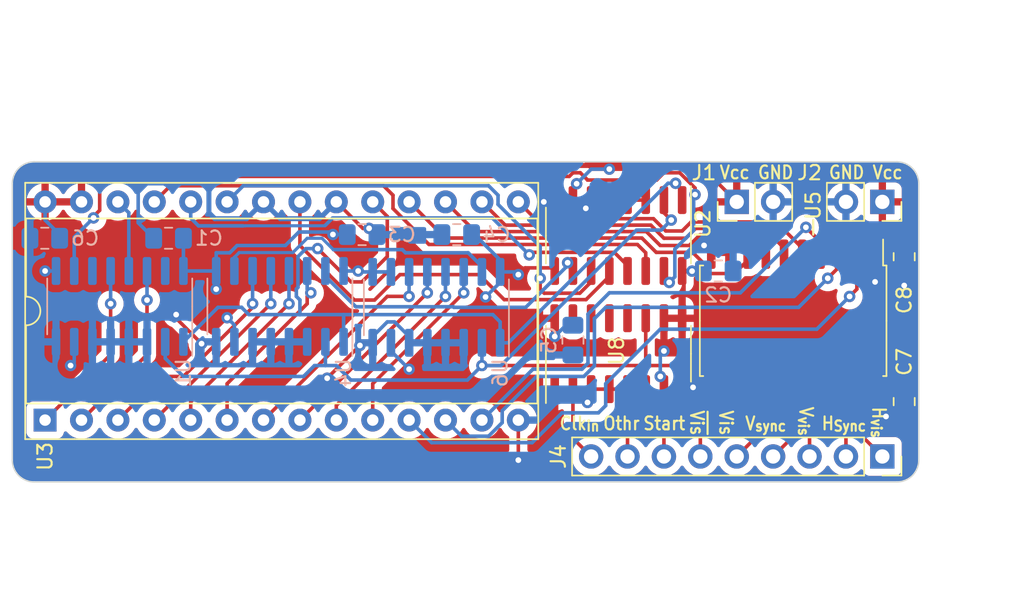
<source format=kicad_pcb>
(kicad_pcb (version 20221018) (generator pcbnew)
  (layers (0 "F.Cu" signal) (31 "B.Cu" signal) (34 "B.Paste" user) (35 "F.Paste" user) (36 "B.SilkS" user "B.Silkscreen") (37 "F.SilkS" user "F.Silkscreen") (38 "B.Mask" user) (39 "F.Mask" user) (44 "Edge.Cuts" user))
  (net 0 "")
  (net 1 "VCC")
  (net 2 "GND")
  (net 3 "/HVis")
  (net 4 "/HSync")
  (net 5 "/VertVis")
  (net 6 "/Vsync")
  (net 7 "/Vis")
  (net 8 "/~{Vis}")
  (net 9 "/StartFrame")
  (net 10 "/~{RESET}")
  (net 11 "/CLK_{sync}")
  (net 12 "/Clk_{in}")
  (net 13 "/Othr")
  (net 14 "Net-(U1-CET)")
  (net 15 "/A14")
  (net 16 "/A13")
  (net 17 "/A12")
  (net 20 "/A11")
  (net 21 "/A10")
  (net 22 "/A9")
  (net 23 "/A8")
  (net 24 "/A7")
  (net 25 "/A6")
  (net 26 "/A5")
  (net 27 "/A4")
  (net 28 "/A3")
  (net 29 "/A2")
  (net 30 "/A1")
  (net 31 "/A0")
  (net 32 "Net-(U2-CET)")
  (net 33 "Net-(U3-D0)")
  (net 34 "Net-(U3-D1)")
  (net 35 "Net-(U3-D2)")
  (net 36 "Net-(U3-D3)")
  (net 37 "Net-(U3-D4)")
  (net 38 "Net-(U3-D5)")
  (net 39 "Net-(U3-D6)")
  (net 40 "Net-(U4-CET)")
  (footprint "Connector_PinSocket_2.54mm:PinSocket_1x09_P2.54mm_Vertical" (layer "F.Cu") (at 124.46 53.34 -90)
    (fp_text reference "J4")
    (fp_text value "Conn_01x09_Socket")
  )
  (footprint "Capacitor_SMD:C_0805_2012Metric_Pad1.18x1.45mm_HandSolder" (layer "F.Cu") (at 125.984 39.3915 -90)
    (fp_text reference "C8")
    (fp_text value "C_Small")
  )
  (footprint "Package_SO:SOIC-20W_7.5x12.8mm_P1.27mm" (layer "F.Cu") (at 118.237 43.864 -90)
    (fp_text reference "U5")
    (fp_text value "74HCT574")
  )
  (footprint "Package_DIP:DIP-28_W15.24mm_Socket" (layer "F.Cu") (at 66.04 50.8 90)
    (fp_text reference "U3")
    (fp_text value "28C256")
  )
  (footprint "Connector_PinHeader_2.54mm:PinHeader_1x02_P2.54mm_Vertical" (layer "F.Cu") (at 114.3 35.56 90)
    (fp_text reference "J1")
    (fp_text value "Conn_01x02_Male")
  )
  (footprint "Package_SO:SOIC-16_3.9x9.9mm_P1.27mm" (layer "F.Cu") (at 106.045 37.911 -90)
    (fp_text reference "U2")
    (fp_text value "74LS161")
  )
  (footprint "Capacitor_SMD:C_0805_2012Metric_Pad1.18x1.45mm_HandSolder" (layer "F.Cu") (at 125.984 49.5085 -90)
    (fp_text reference "C7")
    (fp_text value "C_Small")
  )
  (footprint "Connector_PinSocket_2.54mm:PinSocket_1x02_P2.54mm_Vertical" (layer "F.Cu") (at 124.46 35.56 -90)
    (fp_text reference "J2")
    (fp_text value "Conn_01x02_Female")
  )
  (footprint "Package_SO:SOIC-16_3.9x9.9mm_P1.27mm" (layer "F.Cu") (at 106.045 46.163 90)
    (fp_text reference "U8")
    (fp_text value "74LS161")
  )
  (footprint "Capacitor_SMD:C_0805_2012Metric_Pad1.18x1.45mm_HandSolder" (layer "B.Cu") (at 113.0085 40.386)
    (fp_text reference "C2")
    (fp_text value "C_Small")
  )
  (footprint "Package_SO:SOIC-16_3.9x9.9mm_P1.27mm" (layer "B.Cu") (at 82.423 42.861 90)
    (fp_text reference "U4")
    (fp_text value "74LS161")
  )
  (footprint "Capacitor_SMD:C_0805_2012Metric_Pad1.18x1.45mm_HandSolder" (layer "B.Cu") (at 102.87 45.212 -90)
    (fp_text reference "C5")
    (fp_text value "C_Small")
  )
  (footprint "Capacitor_SMD:C_0805_2012Metric_Pad1.18x1.45mm_HandSolder" (layer "B.Cu") (at 94.7635 37.846 180)
    (fp_text reference "C4")
    (fp_text value "C_Small")
  )
  (footprint "Package_SO:SOIC-16_3.9x9.9mm_P1.27mm" (layer "B.Cu") (at 71.247 42.861 90)
    (fp_text reference "U1")
    (fp_text value "74LS161")
  )
  (footprint "Capacitor_SMD:C_0805_2012Metric_Pad1.18x1.45mm_HandSolder" (layer "B.Cu") (at 74.6545 38.1 180)
    (fp_text reference "C1")
    (fp_text value "C_Small")
  )
  (footprint "Package_SO:SOIC-16_3.9x9.9mm_P1.27mm" (layer "B.Cu") (at 93.345 42.926 90)
    (fp_text reference "U6")
    (fp_text value "74LS161")
  )
  (footprint "Capacitor_SMD:C_0805_2012Metric_Pad1.18x1.45mm_HandSolder" (layer "B.Cu") (at 66.0185 38.1 180)
    (fp_text reference "C6")
    (fp_text value "C_Small")
  )
  (footprint "Capacitor_SMD:C_0805_2012Metric_Pad1.18x1.45mm_HandSolder" (layer "B.Cu") (at 88.1595 37.846)
    (fp_text reference "C3")
    (fp_text value "C_Small")
  )
  (gr_line (start 119.634 36.83) (end 119.634 37.846) (stroke (width 0.15)) (layer "F.SilkS"))
  (gr_line (start 125.476 32.766) (end 65.278 32.766) (stroke (width 0.1)) (layer "Edge.Cuts"))
  (gr_line (start 125.476 55.118) (end 65.278 55.118) (stroke (width 0.1)) (layer "Edge.Cuts"))
  (gr_arc (start 63.754 34.29) (mid 64.200369 33.212369) (end 65.278 32.766) (stroke (width 0.1)) (layer "Edge.Cuts"))
  (gr_line (start 127 34.29) (end 127 53.594) (stroke (width 0.1)) (layer "Edge.Cuts"))
  (gr_arc (start 65.278 55.118) (mid 64.200369 54.671631) (end 63.754 53.594) (stroke (width 0.1)) (layer "Edge.Cuts"))
  (gr_arc (start 125.476 32.766) (mid 126.553631 33.212369) (end 127 34.29) (stroke (width 0.1)) (layer "Edge.Cuts"))
  (gr_arc (start 127 53.594) (mid 126.553631 54.671631) (end 125.476 55.118) (stroke (width 0.1)) (layer "Edge.Cuts"))
  (gr_line (start 63.754 34.29) (end 63.754 53.594) (stroke (width 0.1)) (layer "Edge.Cuts"))
  (gr_text "H_{Sync}" (at 120.142 51.562) (layer "F.SilkS") (effects (font (size 0.9 0.8)) (justify left bottom)))
  (gr_text "V_{vis}" (at 118.618 49.784 -90) (layer "F.SilkS") (effects (font (size 0.9 0.8)) (justify left bottom)))
  (gr_text "V_{sync}" (at 114.808 51.562) (layer "F.SilkS") (effects (font (size 0.9 0.8)) (justify left bottom)))
  (gr_text "GND Vcc" (at 120.65 34.036) (layer "F.SilkS") (effects (font (size 0.9 0.8)) (justify left bottom)))
  (gr_text "~{Vis}" (at 110.998 50.038 -90) (layer "F.SilkS") (effects (font (size 0.9 0.8)) (justify left bottom)))
  (gr_text "Clk_{in}" (at 101.854 51.562) (layer "F.SilkS") (effects (font (size 0.9 0.8)) (justify left bottom)))
  (gr_text "H_{vis}" (at 123.698 49.784 270) (layer "F.SilkS") (effects (font (size 0.9 0.8)) (justify left bottom)))
  (gr_text "Vcc GND" (at 113.03 34.036) (layer "F.SilkS") (effects (font (size 0.9 0.8)) (justify left bottom)))
  (gr_text "Vis" (at 113.03 50.038 270) (layer "F.SilkS") (effects (font (size 0.9 0.8)) (justify left bottom)))
  (gr_text "Othr" (at 104.902 51.562) (layer "F.SilkS") (effects (font (size 0.9 0.8)) (justify left bottom)))
  (gr_text "Start" (at 107.696 51.562) (layer "F.SilkS") (effects (font (size 0.9 0.8)) (justify left bottom)))
  (segment (start 101.6 40.386) (end 101.383 40.169) (width 0.25) (layer "F.Cu") (net 1))
  (segment (start 109.22 48.638) (end 109.22 48.006) (width 0.25) (layer "F.Cu") (net 1))
  (segment (start 107.696 32.891) (end 105.793 32.891) (width 0.25) (layer "F.Cu") (net 1))
  (segment (start 125.984 38.354) (end 124.752 38.354) (width 0.4) (layer "F.Cu") (net 1))
  (segment (start 124.752 37.376) (end 124.752 38.354) (width 0.4) (layer "F.Cu") (net 1))
  (segment (start 123.952 48.514) (end 123.952 50.038) (width 0.4) (layer "F.Cu") (net 1))
  (segment (start 105.156 33.02) (end 101.6 33.02) (width 0.35) (layer "F.Cu") (net 1))
  (segment (start 102.87 35.436) (end 102.87 34.552598) (width 0.25) (layer "F.Cu") (net 1))
  (segment (start 114.3 35.56) (end 111.631 32.891) (width 0.25) (layer "F.Cu") (net 1))
  (segment (start 105.793 32.891) (end 105.41 33.274) (width 0.25) (layer "F.Cu") (net 1))
  (segment (start 87.884 39.597498) (end 86.12355 37.837048) (width 0.25) (layer "F.Cu") (net 1))
  (segment (start 105.41 33.274) (end 105.156 33.02) (width 0.25) (layer "F.Cu") (net 1))
  (segment (start 101.6 44.958) (end 101.6 43.688) (width 0.25) (layer "F.Cu") (net 1))
  (segment (start 123.698 50.292) (end 123.698 50.8) (width 0.4) (layer "F.Cu") (net 1))
  (segment (start 110.50102 40.39702) (end 110.49 40.386) (width 0.25) (layer "F.Cu") (net 1))
  (segment (start 124.46 37.084) (end 124.752 37.376) (width 0.4) (layer "F.Cu") (net 1))
  (segment (start 109.22 48.006) (end 108.966 47.752) (width 0.25) (layer "F.Cu") (net 1))
  (segment (start 111.631 32.891) (end 107.696 32.891) (width 0.25) (layer "F.Cu") (net 1))
  (segment (start 101.383 40.169) (end 99.531 40.169) (width 0.25) (layer "F.Cu") (net 1))
  (segment (start 123.952 50.038) (end 123.698 50.292) (width 0.4) (layer "F.Cu") (net 1))
  (segment (start 124.46 35.56) (end 124.46 37.084) (width 0.4) (layer "F.Cu") (net 1))
  (segment (start 124.752 38.354) (end 124.752 42.38) (width 0.4) (layer "F.Cu") (net 1))
  (segment (start 99.531 40.169) (end 99.06 40.64) (width 0.25) (layer "F.Cu") (net 1))
  (segment (start 102.87 34.552598) (end 103.128299 34.294299) (width 0.25) (layer "F.Cu") (net 1))
  (segment (start 124.752 42.38) (end 124.714 42.418) (width 0.4) (layer "F.Cu") (net 1))
  (segment (start 87.884 40.386) (end 87.884 39.597498) (width 0.25) (layer "F.Cu") (net 1))
  (segment (start 111.181095 40.39702) (end 110.50102 40.39702) (width 0.25) (layer "F.Cu") (net 1))
  (segment (start 101.476 48.514) (end 101.6 48.638) (width 0.25) (layer "F.Cu") (net 1))
  (via (at 67.818 46.99) (size 0.8) (drill 0.4) (layers "F.Cu" "B.Cu") (net 1))
  (via (at 87.884 40.386) (size 0.8) (drill 0.4) (layers "F.Cu" "B.Cu") (net 1))
  (via (at 66.04 40.386) (size 0.8) (drill 0.4) (layers "F.Cu" "B.Cu") (net 1))
  (via (at 77.978 41.656) (size 0.8) (drill 0.4) (layers "F.Cu" "B.Cu") (net 1))
  (via (at 103.128299 34.294299) (size 0.8) (drill 0.4) (layers "F.Cu" "B.Cu") (net 1))
  (via (at 86.12355 37.837048) (size 0.8) (drill 0.4) (layers "F.Cu" "B.Cu") (net 1))
  (via (at 101.6 44.958) (size 0.8) (drill 0.4) (layers "F.Cu" "B.Cu") (net 1))
  (via (at 78.74 43.6505) (size 0.8) (drill 0.4) (layers "F.Cu" "B.Cu") (net 1))
  (via (at 99.06 40.64) (size 0.8) (drill 0.4) (layers "F.Cu" "B.Cu") (net 1))
  (via (at 96.774 42.2015) (size 0.8) (drill 0.4) (layers "F.Cu" "B.Cu") (net 1))
  (via (at 91.44 47.244) (size 0.8) (drill 0.4) (layers "F.Cu" "B.Cu") (net 1))
  (via (at 111.181095 40.39702) (size 0.8) (drill 0.4) (layers "F.Cu" "B.Cu") (net 1))
  (via (at 109.22 45.974) (size 0.8) (drill 0.4) (layers "F.Cu" "B.Cu") (net 1))
  (via (at 108.966 47.752) (size 0.8) (drill 0.4) (layers "F.Cu" "B.Cu") (net 1))
  (via (at 105.41 33.274) (size 0.8) (drill 0.4) (layers "F.Cu" "B.Cu") (net 1))
  (segment (start 105.41 33.274) (end 104.148598 33.274) (width 0.25) (layer "B.Cu") (net 1))
  (segment (start 82.804 38.608) (end 83.747 37.665) (width 0.25) (layer "B.Cu") (net 1))
  (segment (start 108.966 47.752) (end 108.966 46.228) (width 0.25) (layer "B.Cu") (net 1))
  (segment (start 77.978 40.386) (end 77.978 39.116) (width 0.25) (layer "B.Cu") (net 1))
  (segment (start 86.12355 37.837048) (end 86.816048 37.837048) (width 0.25) (layer "B.Cu") (net 1))
  (segment (start 66.04 36.83) (end 67.056 37.846) (width 0.25) (layer "B.Cu") (net 1))
  (segment (start 77.978 39.116) (end 78.928155 39.116) (width 0.25) (layer "B.Cu") (net 1))
  (segment (start 88.9 40.451) (end 87.949 40.451) (width 0.25) (layer "B.Cu") (net 1))
  (segment (start 79.248 45.336) (end 79.248 44.1585) (width 0.25) (layer "B.Cu") (net 1))
  (segment (start 98.871 40.451) (end 99.06 40.64) (width 0.25) (layer "B.Cu") (net 1))
  (segment (start 66.04 36.83) (end 66.04 35.56) (width 0.25) (layer "B.Cu") (net 1))
  (segment (start 111.971 40.386) (end 111.192115 40.386) (width 0.25) (layer "B.Cu") (net 1))
  (segment (start 67.056 37.846) (end 67.056 38.1) (width 0.25) (layer "B.Cu") (net 1))
  (segment (start 68.072 45.336) (end 68.072 46.736) (width 0.25) (layer "B.Cu") (net 1))
  (segment (start 97.79 41.1855) (end 97.79 40.451) (width 0.25) (layer "B.Cu") (net 1))
  (segment (start 83.747 37.665) (end 85.951502 37.665) (width 0.25) (layer "B.Cu") (net 1))
  (segment (start 102.3835 44.1745) (end 101.6 44.958) (width 0.25) (layer "B.Cu") (net 1))
  (segment (start 79.248 44.1585) (end 78.74 43.6505) (width 0.25) (layer "B.Cu") (net 1))
  (segment (start 86.868 40.386) (end 87.884 40.386) (width 0.25) (layer "B.Cu") (net 1))
  (segment (start 97.79 40.451) (end 98.871 40.451) (width 0.25) (layer "B.Cu") (net 1))
  (segment (start 90.17 45.401) (end 90.17 45.974) (width 0.25) (layer "B.Cu") (net 1))
  (segment (start 85.951502 37.665) (end 86.12355 37.837048) (width 0.25) (layer "B.Cu") (net 1))
  (segment (start 75.692 40.386) (end 75.692 38.1) (width 0.25) (layer "B.Cu") (net 1))
  (segment (start 78.928155 39.116) (end 79.436155 38.608) (width 0.25) (layer "B.Cu") (net 1))
  (segment (start 77.978 40.386) (end 77.978 41.656) (width 0.25) (layer "B.Cu") (net 1))
  (segment (start 86.816048 37.837048) (end 86.825 37.846) (width 0.25) (layer "B.Cu") (net 1))
  (segment (start 96.774 42.2015) (end 97.79 41.1855) (width 0.25) (layer "B.Cu") (net 1))
  (segment (start 79.436155 38.608) (end 82.804 38.608) (width 0.25) (layer "B.Cu") (net 1))
  (segment (start 90.17 40.451) (end 88.9 40.451) (width 0.25) (layer "B.Cu") (net 1))
  (segment (start 102.87 44.1745) (end 102.3835 44.1745) (width 0.25) (layer "B.Cu") (net 1))
  (segment (start 97.79 39.624) (end 96.012 37.846) (width 0.25) (layer "B.Cu") (net 1))
  (segment (start 77.978 40.386) (end 75.692 40.386) (width 0.25) (layer "B.Cu") (net 1))
  (segment (start 87.949 40.451) (end 87.884 40.386) (width 0.25) (layer "B.Cu") (net 1))
  (segment (start 68.072 46.736) (end 67.818 46.99) (width 0.25) (layer "B.Cu") (net 1))
  (segment (start 108.966 46.228) (end 109.22 45.974) (width 0.25) (layer "B.Cu") (net 1))
  (segment (start 104.148598 33.274) (end 103.128299 34.294299) (width 0.25) (layer "B.Cu") (net 1))
  (segment (start 66.802 40.386) (end 66.04 40.386) (width 0.25) (layer "B.Cu") (net 1))
  (segment (start 97.79 40.451) (end 97.79 39.624) (width 0.25) (layer "B.Cu") (net 1))
  (segment (start 111.192115 40.386) (end 111.181095 40.39702) (width 0.25) (layer "B.Cu") (net 1))
  (segment (start 90.17 45.974) (end 91.44 47.244) (width 0.25) (layer "B.Cu") (net 1))
  (segment (start 75.184 43.688) (end 75.184 43.434) (width 0.25) (layer "F.Cu") (net 2))
  (segment (start 104.14 35.436) (end 104.14 35.641) (width 0.25) (layer "F.Cu") (net 2))
  (segment (start 104.14 48.638) (end 104.14 49.3135) (width 0.25) (layer "F.Cu") (net 2))
  (segment (start 104.14 35.436) (end 105.41 35.436) (width 0.25) (layer "F.Cu") (net 2))
  (segment (start 100.962 35.436) (end 100.838 35.56) (width 0.25) (layer "F.Cu") (net 2))
  (segment (start 110.49 48.638) (end 111.128 48.638) (width 0.25) (layer "F.Cu") (net 2))
  (segment (start 88.006701 45.588701) (end 85.720701 47.874701) (width 0.25) (layer "F.Cu") (net 2))
  (segment (start 88.2095 37.4095) (end 86.36 35.56) (width 0.25) (layer "F.Cu") (net 2))
  (segment (start 101.6 35.436) (end 100.962 35.436) (width 0.25) (layer "F.Cu") (net 2))
  (segment (start 125.984 50.546) (end 124.714 50.546) (width 0.25) (layer "F.Cu") (net 2))
  (segment (start 106.68 35.436) (end 105.41 35.436) (width 0.25) (layer "F.Cu") (net 2))
  (segment (start 105.41 48.638) (end 106.68 48.638) (width 0.25) (layer "F.Cu") (net 2))
  (segment (start 112.522 39.107402) (end 112.018299 38.603701) (width 0.25) (layer "F.Cu") (net 2))
  (segment (start 104.14 48.638) (end 105.41 48.638) (width 0.25) (layer "F.Cu") (net 2))
  (segment (start 112.522 39.214) (end 112.522 39.107402) (width 0.25) (layer "F.Cu") (net 2))
  (segment (start 106.68 48.638) (end 107.95 48.638) (width 0.25) (layer "F.Cu") (net 2))
  (segment (start 76.957701 45.461701) (end 75.184 43.688) (width 0.25) (layer "F.Cu") (net 2))
  (segment (start 88.646 37.4095) (end 88.2095 37.4095) (width 0.25) (layer "F.Cu") (net 2))
  (segment (start 104.14 49.3135) (end 103.886 49.5675) (width 0.25) (layer "F.Cu") (net 2))
  (segment (start 125.984 40.429) (end 125.984 41.402) (width 0.25) (layer "F.Cu") (net 2))
  (segment (start 113.792 39.214) (end 112.522 39.214) (width 0.25) (layer "F.Cu") (net 2))
  (segment (start 123.952 39.214) (end 123.952 41.148) (width 0.25) (layer "F.Cu") (net 2))
  (segment (start 111.128 48.638) (end 111.252 48.514) (width 0.25) (layer "F.Cu") (net 2))
  (segment (start 104.14 35.641) (end 103.7695 36.0115) (width 0.25) (layer "F.Cu") (net 2))
  (segment (start 107.95 35.436) (end 106.68 35.436) (width 0.25) (layer "F.Cu") (net 2))
  (segment (start 99.06 50.8) (end 99.06 53.594) (width 0.25) (layer "F.Cu") (net 2))
  (via (at 125.984 41.402) (size 0.8) (drill 0.4) (layers "F.Cu" "B.Cu") (net 2))
  (via (at 103.7695 36.0115) (size 0.8) (drill 0.4) (layers "F.Cu" "B.Cu") (net 2))
  (via (at 88.006701 45.588701) (size 0.8) (drill 0.4) (layers "F.Cu" "B.Cu") (net 2))
  (via (at 112.018299 38.603701) (size 0.8) (drill 0.4) (layers "F.Cu" "B.Cu") (net 2))
  (via (at 100.838 35.56) (size 0.8) (drill 0.4) (layers "F.Cu" "B.Cu") (net 2))
  (via (at 123.952 41.148) (size 0.8) (drill 0.4) (layers "F.Cu" "B.Cu") (net 2))
  (via (at 76.957701 45.461701) (size 0.8) (drill 0.4) (layers "F.Cu" "B.Cu") (net 2))
  (via (at 99.06 53.594) (size 0.8) (drill 0.4) (layers "F.Cu" "B.Cu") (net 2))
  (via (at 124.714 50.546) (size 0.8) (drill 0.4) (layers "F.Cu" "B.Cu") (net 2))
  (via (at 85.720701 47.874701) (size 0.8) (drill 0.4) (layers "F.Cu" "B.Cu") (net 2))
  (via (at 88.646 37.4095) (size 0.8) (drill 0.4) (layers "F.Cu" "B.Cu") (net 2))
  (via (at 103.886 49.5675) (size 0.8) (drill 0.4) (layers "F.Cu" "B.Cu") (net 2))
  (via (at 111.252 48.514) (size 0.8) (drill 0.4) (layers "F.Cu" "B.Cu") (net 2))
  (via (at 75.184 43.434) (size 0.8) (drill 0.4) (layers "F.Cu" "B.Cu") (net 2))
  (segment (start 77.47 36.322) (end 77.47 34.29) (width 0.35) (layer "B.Cu") (net 2))
  (segment (start 80.105 36.735) (end 77.883 36.735) (width 0.35) (layer "B.Cu") (net 2))
  (segment (start 82.455 36.735) (end 81.28 35.56) (width 0.35) (layer "B.Cu") (net 2))
  (segment (start 91.44 44.958) (end 91.44 45.401) (width 0.25) (layer "B.Cu") (net 2))
  (segment (start 77.883 36.735) (end 77.47 36.322) (width 0.35) (layer "B.Cu") (net 2))
  (segment (start 73.152 34.29) (end 77.47 34.29) (width 0.25) (layer "B.Cu") (net 2))
  (segment (start 69.342 45.336) (end 73.152 45.336) (width 0.25) (layer "B.Cu") (net 2))
  (segment (start 88.9 45.401) (end 88.194402 45.401) (width 0.25) (layer "B.Cu") (net 2))
  (segment (start 85.185 36.735) (end 82.455 36.735) (width 0.35) (layer "B.Cu") (net 2))
  (segment (start 89.916 43.942) (end 90.424 43.942) (width 0.25) (layer "B.Cu") (net 2))
  (segment (start 88.9 45.401) (end 88.9 44.958) (width 0.25) (layer "B.Cu") (net 2))
  (segment (start 72.535 37.018) (end 72.535 34.907) (width 0.25) (layer "B.Cu") (net 2))
  (segment (start 88.9 44.958) (end 89.916 43.942) (width 0.25) (layer "B.Cu") (net 2))
  (segment (start 77.978 45.336) (end 77.083402 45.336) (width 0.25) (layer "B.Cu") (net 2))
  (segment (start 73.617 38.1) (end 72.535 37.018) (width 0.25) (layer "B.Cu") (net 2))
  (segment (start 90.424 43.942) (end 91.44 44.958) (width 0.25) (layer "B.Cu") (net 2))
  (segment (start 88.194402 45.401) (end 88.006701 45.588701) (width 0.25) (layer "B.Cu") (net 2))
  (segment (start 72.535 34.907) (end 73.152 34.29) (width 0.25) (layer "B.Cu") (net 2))
  (segment (start 86.36 35.56) (end 85.185 36.735) (width 0.35) (layer "B.Cu") (net 2))
  (segment (start 89.197 37.846) (end 89.0825 37.846) (width 0.25) (layer "B.Cu") (net 2))
  (segment (start 81.28 35.56) (end 80.105 36.735) (width 0.35) (layer "B.Cu") (net 2))
  (segment (start 80.518 45.336) (end 84.328 45.336) (width 0.25) (layer "B.Cu") (net 2))
  (segment (start 89.0825 37.846) (end 88.646 37.4095) (width 0.25) (layer "B.Cu") (net 2))
  (segment (start 122.682 51.562) (end 122.682 48.514) (width 0.25) (layer "F.Cu") (net 3))
  (segment (start 124.46 53.34) (end 122.682 51.562) (width 0.25) (layer "F.Cu") (net 3))
  (segment (start 121.412 51.308) (end 121.412 48.514) (width 0.25) (layer "F.Cu") (net 4))
  (segment (start 121.92 51.816) (end 121.412 51.308) (width 0.25) (layer "F.Cu") (net 4))
  (segment (start 121.92 53.34) (end 121.92 51.816) (width 0.25) (layer "F.Cu") (net 4))
  (segment (start 119.38 53.34) (end 119.38 51.562) (width 0.25) (layer "F.Cu") (net 5))
  (segment (start 120.142 50.8) (end 120.142 48.514) (width 0.25) (layer "F.Cu") (net 5))
  (segment (start 119.38 51.562) (end 120.142 50.8) (width 0.25) (layer "F.Cu") (net 5))
  (segment (start 118.872 51.308) (end 118.872 48.514) (width 0.25) (layer "F.Cu") (net 6))
  (segment (start 116.84 53.34) (end 118.872 51.308) (width 0.25) (layer "F.Cu") (net 6))
  (segment (start 114.3 53.34) (end 117.602 50.038) (width 0.25) (layer "F.Cu") (net 7))
  (segment (start 117.602 50.038) (end 117.602 48.514) (width 0.25) (layer "F.Cu") (net 7))
  (segment (start 113.710751 51.562) (end 116.332 48.940751) (width 0.25) (layer "F.Cu") (net 8))
  (segment (start 111.76 53.34) (end 111.76 51.816) (width 0.25) (layer "F.Cu") (net 8))
  (segment (start 111.76 51.816) (end 112.014 51.562) (width 0.25) (layer "F.Cu") (net 8))
  (segment (start 116.332 48.940751) (end 116.332 48.514) (width 0.25) (layer "F.Cu") (net 8))
  (segment (start 112.014 51.562) (end 113.710751 51.562) (width 0.25) (layer "F.Cu") (net 8))
  (segment (start 113.964751 50.038) (end 115.062 48.940751) (width 0.25) (layer "F.Cu") (net 9))
  (segment (start 113.088 50.488) (end 113.538 50.038) (width 0.25) (layer "F.Cu") (net 9))
  (segment (start 115.062 48.940751) (end 115.062 48.514) (width 0.25) (layer "F.Cu") (net 9))
  (segment (start 109.22 53.34) (end 109.22 51.25) (width 0.25) (layer "F.Cu") (net 9))
  (segment (start 113.538 50.038) (end 113.964751 50.038) (width 0.25) (layer "F.Cu") (net 9))
  (segment (start 109.982 50.488) (end 113.088 50.488) (width 0.25) (layer "F.Cu") (net 9))
  (segment (start 109.22 51.25) (end 109.982 50.488) (width 0.25) (layer "F.Cu") (net 9))
  (segment (start 89.916 39.379305) (end 88.147305 41.148) (width 0.25) (layer "F.Cu") (net 10))
  (segment (start 88.9 35.56) (end 89.916 36.576) (width 0.25) (layer "F.Cu") (net 10))
  (segment (start 110.49 35.436) (end 110.49 34.719122) (width 0.25) (layer "F.Cu") (net 10))
  (segment (start 88.147305 41.148) (end 87.384599 41.148) (width 0.25) (layer "F.Cu") (net 10))
  (segment (start 89.916 36.576) (end 89.916 39.379305) (width 0.25) (layer "F.Cu") (net 10))
  (segment (start 87.384599 41.148) (end 85.059773 38.823174) (width 0.25) (layer "F.Cu") (net 10))
  (segment (start 110.49 34.719122) (end 110.03374 34.262862) (width 0.25) (layer "F.Cu") (net 10))
  (via (at 85.059773 38.823174) (size 0.8) (drill 0.4) (layers "F.Cu" "B.Cu") (net 10))
  (via (at 110.03374 34.262862) (size 0.8) (drill 0.4) (layers "F.Cu" "B.Cu") (net 10))
  (segment (start 109.501138 34.262862) (end 110.03374 34.262862) (width 0.25) (layer "B.Cu") (net 10))
  (segment (start 85.058915 38.824032) (end 85.059773 38.823174) (width 0.25) (layer "B.Cu") (net 10))
  (segment (start 97.282 43.434) (end 97.79 43.942) (width 0.25) (layer "B.Cu") (net 10))
  (segment (start 80.254695 43.434) (end 79.756 42.935305) (width 0.25) (layer "B.Cu") (net 10))
  (segment (start 79.756 42.935305) (end 79.756 42.926) (width 0.25) (layer "B.Cu") (net 10))
  (segment (start 97.79 45.401) (end 98.363 45.401) (width 0.25) (layer "B.Cu") (net 10))
  (segment (start 86.868 43.434) (end 97.282 43.434) (width 0.25) (layer "B.Cu") (net 10))
  (segment (start 83.683 41.529695) (end 83.570652 41.642043) (width 0.25) (layer "B.Cu") (net 10))
  (segment (start 83.82 42.408696) (end 83.82 43.434) (width 0.25) (layer "B.Cu") (net 10))
  (segment (start 84.243217 38.824032) (end 85.058915 38.824032) (width 0.25) (layer "B.Cu") (net 10))
  (segment (start 83.82 43.434) (end 86.868 43.434) (width 0.25) (layer "B.Cu") (net 10))
  (segment (start 79.756 42.926) (end 78.102 42.926) (width 0.25) (layer "B.Cu") (net 10))
  (segment (start 84.243217 38.824032) (end 83.683 39.384249) (width 0.25) (layer "B.Cu") (net 10))
  (segment (start 83.570652 41.642043) (end 83.570652 42.159348) (width 0.25) (layer "B.Cu") (net 10))
  (segment (start 83.683 39.384249) (end 83.683 41.529695) (width 0.25) (layer "B.Cu") (net 10))
  (segment (start 78.102 42.926) (end 75.692 45.336) (width 0.25) (layer "B.Cu") (net 10))
  (segment (start 97.79 43.942) (end 97.79 45.401) (width 0.25) (layer "B.Cu") (net 10))
  (segment (start 98.363 45.401) (end 109.501138 34.262862) (width 0.25) (layer "B.Cu") (net 10))
  (segment (start 83.82 43.434) (end 80.254695 43.434) (width 0.25) (layer "B.Cu") (net 10))
  (segment (start 83.570652 42.159348) (end 83.82 42.408696) (width 0.25) (layer "B.Cu") (net 10))
  (segment (start 86.868 43.434) (end 86.868 45.336) (width 0.25) (layer "B.Cu") (net 10))
  (segment (start 112.268 46.99) (end 112.522 47.244) (width 0.25) (layer "F.Cu") (net 11))
  (segment (start 112.522 47.244) (end 112.522 48.514) (width 0.25) (layer "F.Cu") (net 11))
  (segment (start 109.22 35.436) (end 109.22 36.322) (width 0.25) (layer "F.Cu") (net 11))
  (segment (start 96.52 46.99) (end 107.95 46.99) (width 0.25) (layer "F.Cu") (net 11))
  (segment (start 107.95 43.688) (end 107.95 46.99) (width 0.25) (layer "F.Cu") (net 11))
  (segment (start 112.268 46.99) (end 107.95 46.99) (width 0.25) (layer "F.Cu") (net 11))
  (segment (start 109.22 36.322) (end 109.728 36.83) (width 0.25) (layer "F.Cu") (net 11))
  (via (at 96.52 46.99) (size 0.8) (drill 0.4) (layers "F.Cu" "B.Cu") (net 11))
  (via (at 109.728 36.83) (size 0.8) (drill 0.4) (layers "F.Cu" "B.Cu") (net 11))
  (segment (start 85.598 46.99) (end 85.598 45.336) (width 0.25) (layer "B.Cu") (net 11))
  (segment (start 84.836 46.99) (end 85.598 46.99) (width 0.25) (layer "B.Cu") (net 11))
  (segment (start 84.074 47.752) (end 84.836 46.99) (width 0.25) (layer "B.Cu") (net 11))
  (segment (start 87.376 48.006) (end 95.504 48.006) (width 0.25) (layer "B.Cu") (net 11))
  (segment (start 109.728 36.83) (end 109.026652 37.531348) (width 0.25) (layer "B.Cu") (net 11))
  (segment (start 96.52 46.99) (end 96.52 45.401) (width 0.25) (layer "B.Cu") (net 11))
  (segment (start 96.52 46.99) (end 97.847751 46.99) (width 0.25) (layer "B.Cu") (net 11))
  (segment (start 75.692 47.752) (end 84.074 47.752) (width 0.25) (layer "B.Cu") (net 11))
  (segment (start 109.026652 37.531348) (end 107.306403 37.531348) (width 0.25) (layer "B.Cu") (net 11))
  (segment (start 85.598 46.99) (end 86.36 46.99) (width 0.25) (layer "B.Cu") (net 11))
  (segment (start 74.422 45.336) (end 74.422 46.482) (width 0.25) (layer "B.Cu") (net 11))
  (segment (start 97.847751 46.99) (end 107.306403 37.531348) (width 0.25) (layer "B.Cu") (net 11))
  (segment (start 74.422 46.482) (end 75.692 47.752) (width 0.25) (layer "B.Cu") (net 11))
  (segment (start 95.504 48.006) (end 96.52 46.99) (width 0.25) (layer "B.Cu") (net 11))
  (segment (start 86.36 46.99) (end 87.376 48.006) (width 0.25) (layer "B.Cu") (net 11))
  (segment (start 102.87 48.638) (end 102.87 52.07) (width 0.25) (layer "F.Cu") (net 12))
  (segment (start 102.87 52.07) (end 104.14 53.34) (width 0.25) (layer "F.Cu") (net 12))
  (segment (start 113.792 49.022) (end 113.792 48.514) (width 0.25) (layer "F.Cu") (net 13))
  (segment (start 106.68 53.34) (end 106.68 51.816) (width 0.25) (layer "F.Cu") (net 13))
  (segment (start 112.776 50.038) (end 113.792 49.022) (width 0.25) (layer "F.Cu") (net 13))
  (segment (start 108.458 50.038) (end 112.776 50.038) (width 0.25) (layer "F.Cu") (net 13))
  (segment (start 106.68 51.816) (end 108.458 50.038) (width 0.25) (layer "F.Cu") (net 13))
  (segment (start 69.849792 34.798208) (end 69.849792 36.147518) (width 0.25) (layer "F.Cu") (net 14))
  (segment (start 109.22 40.815) (end 109.5905 41.1855) (width 0.25) (layer "F.Cu") (net 14))
  (segment (start 109.22 40.386) (end 109.22 40.815) (width 0.25) (layer "F.Cu") (net 14))
  (segment (start 102.87 33.528) (end 102.616 33.782) (width 0.25) (layer "F.Cu") (net 14))
  (segment (start 69.419702 36.577608) (end 69.849792 36.147518) (width 0.25) (layer "F.Cu") (net 14))
  (segment (start 69.419702 36.679602) (end 69.419702 36.577608) (width 0.25) (layer "F.Cu") (net 14))
  (segment (start 102.87 33.528) (end 103.387305 33.528) (width 0.25) (layer "F.Cu") (net 14))
  (segment (start 111.3895 34.593317) (end 110.324183 33.528) (width 0.25) (layer "F.Cu") (net 14))
  (segment (start 103.387305 33.528) (end 103.886 34.026695) (width 0.25) (layer "F.Cu") (net 14))
  (segment (start 109.22 33.528) (end 110.324183 33.528) (width 0.25) (layer "F.Cu") (net 14))
  (segment (start 111.3895 35.052) (end 111.3895 34.593317) (width 0.25) (layer "F.Cu") (net 14))
  (segment (start 102.616 33.782) (end 70.866 33.782) (width 0.25) (layer "F.Cu") (net 14))
  (segment (start 70.866 33.782) (end 69.849792 34.798208) (width 0.25) (layer "F.Cu") (net 14))
  (segment (start 103.886 34.036) (end 108.712 34.036) (width 0.25) (layer "F.Cu") (net 14))
  (segment (start 108.712 34.036) (end 109.22 33.528) (width 0.25) (layer "F.Cu") (net 14))
  (segment (start 103.886 34.026695) (end 103.886 34.036) (width 0.25) (layer "F.Cu") (net 14))
  (via (at 109.5905 41.1855) (size 0.8) (drill 0.4) (layers "F.Cu" "B.Cu") (net 14))
  (via (at 111.3895 35.052) (size 0.8) (drill 0.4) (layers "F.Cu" "B.Cu") (net 14))
  (via (at 69.419702 36.679602) (size 0.8) (drill 0.4) (layers "F.Cu" "B.Cu") (net 14))
  (segment (start 109.982 38.862) (end 109.982 40.794) (width 0.25) (layer "B.Cu") (net 14))
  (segment (start 109.982 38.862) (end 111.293299 37.550701) (width 0.25) (layer "B.Cu") (net 14))
  (segment (start 68.072 38.027304) (end 69.419702 36.679602) (width 0.25) (layer "B.Cu") (net 14))
  (segment (start 111.3895 35.052) (end 111.293299 35.148201) (width 0.25) (layer "B.Cu") (net 14))
  (segment (start 109.982 40.794) (end 109.5905 41.1855) (width 0.25) (layer "B.Cu") (net 14))
  (segment (start 68.072 40.386) (end 68.072 38.027304) (width 0.25) (layer "B.Cu") (net 14))
  (segment (start 111.293299 35.148201) (end 111.293299 37.550701) (width 0.25) (layer "B.Cu") (net 14))
  (segment (start 70.612 46.228) (end 70.612 42.672) (width 0.25) (layer "F.Cu") (net 15))
  (segment (start 66.04 50.8) (end 70.612 46.228) (width 0.25) (layer "F.Cu") (net 15))
  (via (at 70.612 42.672) (size 0.8) (drill 0.4) (layers "F.Cu" "B.Cu") (net 15))
  (segment (start 70.612 42.672) (end 70.612 40.386) (width 0.25) (layer "B.Cu") (net 15))
  (segment (start 71.12 35.56) (end 71.882 36.322) (width 0.25) (layer "B.Cu") (net 16))
  (segment (start 71.882 36.322) (end 71.882 40.386) (width 0.25) (layer "B.Cu") (net 16))
  (segment (start 68.58 50.8) (end 73.152 46.228) (width 0.25) (layer "F.Cu") (net 17))
  (segment (start 73.152 46.228) (end 73.152 42.418) (width 0.25) (layer "F.Cu") (net 17))
  (via (at 73.152 42.418) (size 0.8) (drill 0.4) (layers "F.Cu" "B.Cu") (net 17))
  (segment (start 73.152 42.418) (end 73.152 40.386) (width 0.25) (layer "B.Cu") (net 17))
  (segment (start 100.584 41.656) (end 100.584 40.894) (width 0.25) (layer "F.Cu") (net 20))
  (segment (start 103.35 41.938) (end 100.866 41.938) (width 0.25) (layer "F.Cu") (net 20))
  (segment (start 104.14 40.386) (end 104.14 41.148) (width 0.25) (layer "F.Cu") (net 20))
  (segment (start 100.866 41.938) (end 100.584 41.656) (width 0.25) (layer "F.Cu") (net 20))
  (segment (start 104.14 41.148) (end 103.35 41.938) (width 0.25) (layer "F.Cu") (net 20))
  (via (at 100.584 40.894) (size 0.8) (drill 0.4) (layers "F.Cu" "B.Cu") (net 20))
  (segment (start 96.985991 34.435) (end 79.865 34.435) (width 0.25) (layer "B.Cu") (net 20))
  (segment (start 97.645 35.094009) (end 96.985991 34.435) (width 0.25) (layer "B.Cu") (net 20))
  (segment (start 97.645 35.735991) (end 97.645 35.094009) (width 0.25) (layer "B.Cu") (net 20))
  (segment (start 100.584 38.674991) (end 100.584 40.894) (width 0.25) (layer "B.Cu") (net 20))
  (segment (start 100.584 38.674991) (end 97.645 35.735991) (width 0.25) (layer "B.Cu") (net 20))
  (segment (start 79.865 34.435) (end 78.74 35.56) (width 0.25) (layer "B.Cu") (net 20))
  (segment (start 89.025604 42.418) (end 90.803604 40.64) (width 0.25) (layer "F.Cu") (net 21))
  (segment (start 85.852 40.649305) (end 87.620695 42.418) (width 0.25) (layer "F.Cu") (net 21))
  (segment (start 85.852 40.64) (end 83.82 38.608) (width 0.25) (layer "F.Cu") (net 21))
  (segment (start 105.41 40.762751) (end 103.784751 42.388) (width 0.25) (layer "F.Cu") (net 21))
  (segment (start 83.82 38.608) (end 83.82 35.56) (width 0.25) (layer "F.Cu") (net 21))
  (segment (start 103.784751 42.388) (end 98.074 42.388) (width 0.25) (layer "F.Cu") (net 21))
  (segment (start 87.620695 42.418) (end 89.025604 42.418) (width 0.25) (layer "F.Cu") (net 21))
  (segment (start 85.852 40.64) (end 85.852 40.649305) (width 0.25) (layer "F.Cu") (net 21))
  (segment (start 90.803604 40.64) (end 96.326 40.64) (width 0.25) (layer "F.Cu") (net 21))
  (segment (start 105.41 40.386) (end 105.41 40.762751) (width 0.25) (layer "F.Cu") (net 21))
  (segment (start 98.074 42.388) (end 96.326 40.64) (width 0.25) (layer "F.Cu") (net 21))
  (segment (start 106.68 40.009249) (end 105.756751 39.086) (width 0.25) (layer "F.Cu") (net 22))
  (segment (start 105.756751 39.086) (end 99.9965 39.086) (width 0.25) (layer "F.Cu") (net 22))
  (segment (start 99.9965 39.086) (end 99.822 39.2605) (width 0.25) (layer "F.Cu") (net 22))
  (segment (start 106.68 40.386) (end 106.68 40.009249) (width 0.25) (layer "F.Cu") (net 22))
  (via (at 99.822 39.2605) (size 0.8) (drill 0.4) (layers "F.Cu" "B.Cu") (net 22))
  (segment (start 85.606 37.185) (end 86.106 36.685) (width 0.25) (layer "B.Cu") (net 22))
  (segment (start 76.2 36.69137) (end 76.74363 37.235) (width 0.25) (layer "B.Cu") (net 22))
  (segment (start 80.01 37.235) (end 80.015 37.23) (width 0.22) (layer "B.Cu") (net 22))
  (segment (start 76.74363 37.235) (end 79.859 37.235) (width 0.25) (layer "B.Cu") (net 22))
  (segment (start 76.2 35.56) (end 76.2 36.69137) (width 0.25) (layer "B.Cu") (net 22))
  (segment (start 85.561 37.23) (end 85.606 37.185) (width 0.22) (layer "B.Cu") (net 22))
  (segment (start 86.106 36.685) (end 97.2465 36.685) (width 0.25) (layer "B.Cu") (net 22))
  (segment (start 79.859 37.235) (end 80.01 37.235) (width 0.22) (layer "B.Cu") (net 22))
  (segment (start 97.2465 36.685) (end 99.822 39.2605) (width 0.25) (layer "B.Cu") (net 22))
  (segment (start 80.015 37.23) (end 85.561 37.23) (width 0.22) (layer "B.Cu") (net 22))
  (segment (start 92.825009 38.536) (end 90.315 36.025991) (width 0.25) (layer "F.Cu") (net 23))
  (segment (start 90.315 35.094009) (end 89.655991 34.435) (width 0.25) (layer "F.Cu") (net 23))
  (segment (start 107.95 39.116) (end 107.37 38.536) (width 0.25) (layer "F.Cu") (net 23))
  (segment (start 89.655991 34.435) (end 74.785 34.435) (width 0.25) (layer "F.Cu") (net 23))
  (segment (start 107.37 38.536) (end 92.825009 38.536) (width 0.25) (layer "F.Cu") (net 23))
  (segment (start 90.315 36.025991) (end 90.315 35.094009) (width 0.25) (layer "F.Cu") (net 23))
  (segment (start 74.785 34.435) (end 73.66 35.56) (width 0.25) (layer "F.Cu") (net 23))
  (segment (start 107.95 40.386) (end 107.95 39.116) (width 0.25) (layer "F.Cu") (net 23))
  (segment (start 71.12 50.8) (end 74.168 47.752) (width 0.25) (layer "F.Cu") (net 24))
  (segment (start 74.168 47.752) (end 75.692 47.752) (width 0.25) (layer "F.Cu") (net 24))
  (segment (start 75.692 47.752) (end 80.518 42.926) (width 0.25) (layer "F.Cu") (net 24))
  (segment (start 80.518 42.926) (end 80.518 42.672) (width 0.25) (layer "F.Cu") (net 24))
  (via (at 80.518 42.672) (size 0.8) (drill 0.4) (layers "F.Cu" "B.Cu") (net 24))
  (segment (start 80.518 42.672) (end 80.518 40.386) (width 0.25) (layer "B.Cu") (net 24))
  (segment (start 73.66 50.8) (end 81.788 42.672) (width 0.25) (layer "F.Cu") (net 25))
  (via (at 81.788 42.672) (size 0.8) (drill 0.4) (layers "F.Cu" "B.Cu") (net 25))
  (segment (start 81.788 42.672) (end 81.788 40.386) (width 0.25) (layer "B.Cu") (net 25))
  (segment (start 76.2 49.53) (end 83.058 42.672) (width 0.25) (layer "F.Cu") (net 26))
  (segment (start 76.2 50.8) (end 76.2 49.53) (width 0.25) (layer "F.Cu") (net 26))
  (via (at 83.058 42.672) (size 0.8) (drill 0.4) (layers "F.Cu" "B.Cu") (net 26))
  (segment (start 83.058 42.672) (end 83.058 40.386) (width 0.25) (layer "B.Cu") (net 26))
  (segment (start 84.328 42.164) (end 84.582 41.91) (width 0.25) (layer "F.Cu") (net 27))
  (segment (start 84.328 42.672) (end 84.328 42.164) (width 0.25) (layer "F.Cu") (net 27))
  (segment (start 78.74 50.8) (end 78.74 48.26) (width 0.25) (layer "F.Cu") (net 27))
  (segment (start 78.74 48.26) (end 84.328 42.672) (width 0.25) (layer "F.Cu") (net 27))
  (via (at 84.582 41.91) (size 0.8) (drill 0.4) (layers "F.Cu" "B.Cu") (net 27))
  (segment (start 84.328 41.656) (end 84.582 41.91) (width 0.25) (layer "B.Cu") (net 27))
  (segment (start 84.328 40.386) (end 84.328 41.656) (width 0.25) (layer "B.Cu") (net 27))
  (segment (start 89.920299 42.159701) (end 91.435701 42.159701) (width 0.25) (layer "F.Cu") (net 28))
  (segment (start 81.28 50.8) (end 89.920299 42.159701) (width 0.25) (layer "F.Cu") (net 28))
  (via (at 91.435701 42.159701) (size 0.8) (drill 0.4) (layers "F.Cu" "B.Cu") (net 28))
  (segment (start 91.435701 42.159701) (end 91.435701 40.455299) (width 0.25) (layer "B.Cu") (net 28))
  (segment (start 91.435701 40.455299) (end 91.44 40.451) (width 0.25) (layer "B.Cu") (net 28))
  (segment (start 83.82 50.8) (end 92.71 41.91) (width 0.25) (layer "F.Cu") (net 29))
  (via (at 92.71 41.91) (size 0.8) (drill 0.4) (layers "F.Cu" "B.Cu") (net 29))
  (segment (start 92.71 41.91) (end 92.71 40.451) (width 0.25) (layer "B.Cu") (net 29))
  (segment (start 86.36 50.8) (end 86.36 49.775402) (width 0.25) (layer "F.Cu") (net 30))
  (segment (start 86.36 49.775402) (end 93.975701 42.159701) (width 0.25) (layer "F.Cu") (net 30))
  (via (at 93.975701 42.159701) (size 0.8) (drill 0.4) (layers "F.Cu" "B.Cu") (net 30))
  (segment (start 93.975701 42.159701) (end 93.975701 40.455299) (width 0.25) (layer "B.Cu") (net 30))
  (segment (start 93.975701 40.455299) (end 93.98 40.451) (width 0.25) (layer "B.Cu") (net 30))
  (segment (start 94.996 42.164) (end 95.25 41.91) (width 0.25) (layer "F.Cu") (net 31))
  (segment (start 88.9 50.8) (end 88.9 48.26) (width 0.25) (layer "F.Cu") (net 31))
  (segment (start 88.9 48.26) (end 94.996 42.164) (width 0.25) (layer "F.Cu") (net 31))
  (via (at 95.25 41.91) (size 0.8) (drill 0.4) (layers "F.Cu" "B.Cu") (net 31))
  (segment (start 95.25 41.91) (end 95.25 40.451) (width 0.25) (layer "B.Cu") (net 31))
  (segment (start 102.87 40.181) (end 102.4995 39.8105) (width 0.25) (layer "F.Cu") (net 32))
  (segment (start 102.87 40.386) (end 102.87 40.181) (width 0.25) (layer "F.Cu") (net 32))
  (via (at 102.4995 39.8105) (size 0.8) (drill 0.4) (layers "F.Cu" "B.Cu") (net 32))
  (segment (start 99.576805 42.9265) (end 102.4995 40.003805) (width 0.25) (layer "B.Cu") (net 32))
  (segment (start 102.4995 40.003805) (end 102.4995 39.8105) (width 0.25) (layer "B.Cu") (net 32))
  (segment (start 94.529299 42.884701) (end 94.571098 42.9265) (width 0.25) (layer "B.Cu") (net 32))
  (segment (start 85.598 40.386) (end 85.598 40.762751) (width 0.25) (layer "B.Cu") (net 32))
  (segment (start 85.598 40.762751) (end 87.71995 42.884701) (width 0.25) (layer "B.Cu") (net 32))
  (segment (start 94.571098 42.9265) (end 99.576805 42.9265) (width 0.25) (layer "B.Cu") (net 32))
  (segment (start 87.71995 42.884701) (end 94.529299 42.884701) (width 0.25) (layer "B.Cu") (net 32))
  (segment (start 122.682 41.656) (end 122.682 39.214) (width 0.25) (layer "F.Cu") (net 33))
  (segment (start 122.174 42.164) (end 122.682 41.656) (width 0.25) (layer "F.Cu") (net 33))
  (via (at 122.174 42.164) (size 0.8) (drill 0.4) (layers "F.Cu" "B.Cu") (net 33))
  (segment (start 108.966 44.45) (end 119.888 44.45) (width 0.25) (layer "B.Cu") (net 33))
  (segment (start 105.156 49.784) (end 105.156 48.26) (width 0.25) (layer "B.Cu") (net 33))
  (segment (start 104.648 50.292) (end 105.156 49.784) (width 0.25) (layer "B.Cu") (net 33))
  (segment (start 93.015 52.375) (end 100.025 52.375) (width 0.25) (layer "B.Cu") (net 33))
  (segment (start 105.156 48.26) (end 108.966 44.45) (width 0.25) (layer "B.Cu") (net 33))
  (segment (start 102.108 50.292) (end 104.648 50.292) (width 0.25) (layer "B.Cu") (net 33))
  (segment (start 119.888 44.45) (end 122.174 42.164) (width 0.25) (layer "B.Cu") (net 33))
  (segment (start 100.025 52.375) (end 102.108 50.292) (width 0.25) (layer "B.Cu") (net 33))
  (segment (start 91.44 50.8) (end 93.015 52.375) (width 0.25) (layer "B.Cu") (net 33))
  (segment (start 121.412 40.132) (end 121.412 39.214) (width 0.25) (layer "F.Cu") (net 34))
  (segment (start 120.65 40.894) (end 121.412 40.132) (width 0.25) (layer "F.Cu") (net 34))
  (via (at 120.65 40.894) (size 0.8) (drill 0.4) (layers "F.Cu" "B.Cu") (net 34))
  (segment (start 103.629569 47.752) (end 100.33 47.752) (width 0.25) (layer "B.Cu") (net 34))
  (segment (start 96.985991 51.925) (end 95.105 51.925) (width 0.25) (layer "B.Cu") (net 34))
  (segment (start 104.394 43.688) (end 104.37 43.688) (width 0.25) (layer "B.Cu") (net 34))
  (segment (start 100.33 47.752) (end 97.935 50.147) (width 0.25) (layer "B.Cu") (net 34))
  (segment (start 118.618 42.926) (end 105.156 42.926) (width 0.25) (layer "B.Cu") (net 34))
  (segment (start 104.37 43.688) (end 104.37 47.011569) (width 0.25) (layer "B.Cu") (net 34))
  (segment (start 120.65 40.894) (end 118.618 42.926) (width 0.25) (layer "B.Cu") (net 34))
  (segment (start 95.105 51.925) (end 93.98 50.8) (width 0.25) (layer "B.Cu") (net 34))
  (segment (start 105.156 42.926) (end 104.394 43.688) (width 0.25) (layer "B.Cu") (net 34))
  (segment (start 97.935 50.975991) (end 96.985991 51.925) (width 0.25) (layer "B.Cu") (net 34))
  (segment (start 104.37 47.011569) (end 103.629569 47.752) (width 0.25) (layer "B.Cu") (net 34))
  (segment (start 97.935 50.147) (end 97.935 50.975991) (width 0.25) (layer "B.Cu") (net 34))
  (segment (start 119.126 37.338) (end 120.142 38.354) (width 0.25) (layer "F.Cu") (net 35))
  (segment (start 120.142 38.354) (end 120.142 39.214) (width 0.25) (layer "F.Cu") (net 35))
  (via (at 119.126 37.338) (size 0.8) (drill 0.4) (layers "F.Cu" "B.Cu") (net 35))
  (segment (start 119.126 37.338) (end 114.554 41.91) (width 0.25) (layer "B.Cu") (net 35))
  (segment (start 103.501173 47.244) (end 100.076 47.244) (width 0.25) (layer "B.Cu") (net 35))
  (segment (start 114.554 41.91) (end 105.41 41.91) (width 0.25) (layer "B.Cu") (net 35))
  (segment (start 105.41 41.91) (end 103.92 43.4) (width 0.25) (layer "B.Cu") (net 35))
  (segment (start 103.92 46.825173) (end 103.501173 47.244) (width 0.25) (layer "B.Cu") (net 35))
  (segment (start 103.92 43.4) (end 103.92 46.825173) (width 0.25) (layer "B.Cu") (net 35))
  (segment (start 100.076 47.244) (end 96.52 50.8) (width 0.25) (layer "B.Cu") (net 35))
  (segment (start 108.492396 36.736) (end 100.236 36.736) (width 0.25) (layer "F.Cu") (net 36))
  (segment (start 109.348396 37.592) (end 108.492396 36.736) (width 0.25) (layer "F.Cu") (net 36))
  (segment (start 118.872 39.214) (end 118.872 38.787249) (width 0.25) (layer "F.Cu") (net 36))
  (segment (start 100.236 36.736) (end 99.06 35.56) (width 0.25) (layer "F.Cu") (net 36))
  (segment (start 111.118 36.964) (end 110.49 37.592) (width 0.25) (layer "F.Cu") (net 36))
  (segment (start 110.49 37.592) (end 109.348396 37.592) (width 0.25) (layer "F.Cu") (net 36))
  (segment (start 117.048751 36.964) (end 111.118 36.964) (width 0.25) (layer "F.Cu") (net 36))
  (segment (start 118.872 38.787249) (end 117.048751 36.964) (width 0.25) (layer "F.Cu") (net 36))
  (segment (start 111.43 37.414) (end 116.228751 37.414) (width 0.25) (layer "F.Cu") (net 37))
  (segment (start 108.306 37.186) (end 109.22 38.1) (width 0.25) (layer "F.Cu") (net 37))
  (segment (start 98.146 37.186) (end 108.306 37.186) (width 0.25) (layer "F.Cu") (net 37))
  (segment (start 116.228751 37.414) (end 117.602 38.787249) (width 0.25) (layer "F.Cu") (net 37))
  (segment (start 110.744 38.1) (end 111.43 37.414) (width 0.25) (layer "F.Cu") (net 37))
  (segment (start 109.22 38.1) (end 110.744 38.1) (width 0.25) (layer "F.Cu") (net 37))
  (segment (start 96.52 35.56) (end 98.146 37.186) (width 0.25) (layer "F.Cu") (net 37))
  (segment (start 117.602 38.787249) (end 117.602 39.214) (width 0.25) (layer "F.Cu") (net 37))
  (segment (start 116.332 38.787249) (end 115.408751 37.864) (width 0.25) (layer "F.Cu") (net 38))
  (segment (start 108.966 38.608) (end 107.994 37.636) (width 0.25) (layer "F.Cu") (net 38))
  (segment (start 96.056 37.636) (end 93.98 35.56) (width 0.25) (layer "F.Cu") (net 38))
  (segment (start 110.988695 38.608) (end 108.966 38.608) (width 0.25) (layer "F.Cu") (net 38))
  (segment (start 107.994 37.636) (end 96.056 37.636) (width 0.25) (layer "F.Cu") (net 38))
  (segment (start 115.408751 37.864) (end 111.732695 37.864) (width 0.25) (layer "F.Cu") (net 38))
  (segment (start 116.332 39.214) (end 116.332 38.787249) (width 0.25) (layer "F.Cu") (net 38))
  (segment (start 111.732695 37.864) (end 110.988695 38.608) (width 0.25) (layer "F.Cu") (net 38))
  (segment (start 114.138751 40.564) (end 112.175249 40.564) (width 0.25) (layer "F.Cu") (net 39))
  (segment (start 115.062 39.640751) (end 114.138751 40.564) (width 0.25) (layer "F.Cu") (net 39))
  (segment (start 112.175249 40.564) (end 111.897 40.285751) (width 0.25) (layer "F.Cu") (net 39))
  (segment (start 111.897 39.761) (end 111.222 39.086) (width 0.25) (layer "F.Cu") (net 39))
  (segment (start 93.966 38.086) (end 91.44 35.56) (width 0.25) (layer "F.Cu") (net 39))
  (segment (start 111.897 40.285751) (end 111.897 39.761) (width 0.25) (layer "F.Cu") (net 39))
  (segment (start 107.682 38.086) (end 93.966 38.086) (width 0.25) (layer "F.Cu") (net 39))
  (segment (start 108.682 39.086) (end 107.682 38.086) (width 0.25) (layer "F.Cu") (net 39))
  (segment (start 111.222 39.086) (end 108.682 39.086) (width 0.25) (layer "F.Cu") (net 39))
  (segment (start 115.062 39.214) (end 115.062 39.640751) (width 0.25) (layer "F.Cu") (net 39))
  (segment (start 91.186 39.116) (end 95.561751 39.116) (width 0.25) (layer "B.Cu") (net 40))
  (segment (start 83.327 39.101) (end 79.579551 39.101) (width 0.22) (layer "B.Cu") (net 40))
  (segment (start 84.328 38.1) (end 83.327 39.101) (width 0.22) (layer "B.Cu") (net 40))
  (segment (start 85.361904 38.1) (end 84.328 38.1) (width 0.22) (layer "B.Cu") (net 40))
  (segment (start 96.52 40.074249) (end 96.52 40.451) (width 0.25) (layer "B.Cu") (net 40))
  (segment (start 90.966 38.896) (end 91.186 39.116) (width 0.25) (layer "B.Cu") (net 40))
  (segment (start 86.157904 38.896) (end 90.966 38.896) (width 0.25) (layer "B.Cu") (net 40))
  (segment (start 79.579551 39.101) (end 79.248 39.432551) (width 0.22) (layer "B.Cu") (net 40))
  (segment (start 86.157904 38.896) (end 85.361904 38.1) (width 0.22) (layer "B.Cu") (net 40))
  (segment (start 95.561751 39.116) (end 96.52 40.074249) (width 0.25) (layer "B.Cu") (net 40))
  (segment (start 79.248 40.386) (end 79.248 39.432551) (width 0.25) (layer "B.Cu") (net 40))
  (zone (net 1) (net_name "VCC") (layer "F.Cu") (connect_pads (clearance 0.508)) (min_thickness 0.254) (fill yes (thermal_gap 0.508) (thermal_bridge_width 0.508))
    (polygon (pts (xy 134.366 63.5) (xy 63.5 63.5) (xy 63.5 22.225) (xy 134.366 22.225)))
  )
  (zone (net 2) (net_name "GND") (layer "B.Cu") (connect_pads (clearance 0.508)) (min_thickness 0.254) (fill yes (thermal_gap 0.508) (thermal_bridge_width 0.508))
    (polygon (pts (xy 134.366 62.738) (xy 63.5 63.5) (xy 63.5 22.225) (xy 134.366 21.463)))
  )
)
</source>
